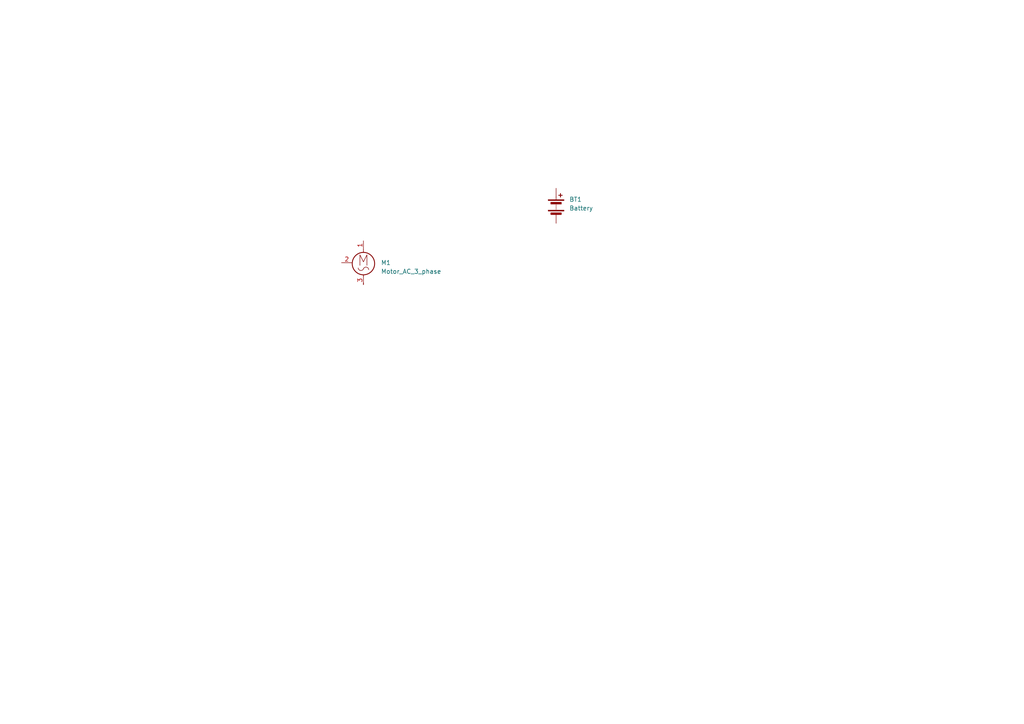
<source format=kicad_sch>
(kicad_sch (version 20231120) (generator "eeschema") (generator_version "8.0")
  (paper "A4")
  (lib_symbols
    (symbol "Device:Battery" (pin_numbers hide) (pin_names (offset 0) hide)
      (property "Reference" "BT" (at 2.54 2.54 0))
      (property "Value" "Battery" (at 2.54 0 0))
      (symbol "Battery_0_1"
        (rectangle (start -2.286 -1.27) (end 2.286 -1.524) (fill (type outline)))
        (rectangle (start -2.286 1.778) (end 2.286 1.524) (fill (type outline)))
        (rectangle (start -1.524 -2.032) (end 1.524 -2.54) (fill (type outline)))
        (rectangle (start -1.524 1.016) (end 1.524 0.508) (fill (type outline)))
        (polyline (pts (xy 0 -1.016) (xy 0 -0.762)))
        (polyline (pts (xy 0 -0.508) (xy 0 -0.254)))
        (polyline (pts (xy 0 0) (xy 0 0.254)))
        (polyline (pts (xy 0 1.778) (xy 0 2.54)))
        (polyline (pts (xy 0.762 3.048) (xy 1.778 3.048)) (stroke (width 0.254)))
        (polyline (pts (xy 1.27 3.556) (xy 1.27 2.54)) (stroke (width 0.254)))
      )
      (symbol "Battery_1_1"
        (pin passive line (at 0 5.08 270) (length 2.54) (name "+") (number "1"))
        (pin passive line (at 0 -5.08 90) (length 2.54) (name "-") (number "2"))
      )
    )
    (symbol "Motors:Motor_AC_3_phase" (pin_names (offset 0))
      (property "Reference" "M" (at 2.54 2.54 0))
      (property "Value" "Motor_AC_3_phase" (at 2.54 -5.08 0))
      (symbol "Motor_AC_3_phase_0_0"
        (arc (start -1.524 -2.794) (mid -0.8654 -3.5217) (end 0 -3.048))
        (polyline (pts (xy -1.016 -2.032) (xy -1.016 1.016) (xy 0 -1.016) (xy 1.016 1.016) (xy 1.016 -2.032)))
        (arc (start 1.524 -3.302) (mid 0.85 -2.5503) (end 0 -3.048))
      )
      (symbol "Motor_AC_3_phase_0_1"
        (circle (center 0 -1.524) (radius 3.2512) (stroke (width 0.254)))
        (polyline (pts (xy 0 -7.62) (xy 0 -7.112)))
        (polyline (pts (xy 0 -4.7752) (xy 0 -5.1816)))
        (polyline (pts (xy 0 1.7272) (xy 0 2.0828)))
        (polyline (pts (xy 0 2.032) (xy 0 2.54)))
      )
      (symbol "Motor_AC_3_phase_1_1"
        (pin passive line (at 0 5.08 270) (length 2.54) (name "~") (number "1"))
        (pin passive line (at -6.35 -1.27 0) (length 3.048) (name "~") (number "2"))
        (pin passive line (at 0 -7.62 90) (length 2.54) (name "~") (number "3"))
      )
    )
  )
  (symbol (lib_id "Device:Battery") (at 161.29 59.69 0) (unit 1)
    (property "Reference" "BT1" (at 165.1 57.8484 0) (effects (justify left)))
    (property "Value" "Battery" (at 165.1 60.3884 0) (effects (justify left)))
    (property "Description" "Multiple-cell battery" (effects (hide yes)))
  )
  (symbol (lib_id "Motors:Motor_AC_3_phase") (at 105.41 74.93 0) (unit 1)
    (property "Reference" "M1" (at 110.49 76.1999 0) (effects (justify left)))
    (property "Value" "Motor_AC_3_phase" (at 110.49 78.7399 0) (effects (justify left)))
    (property "Description" "AC Motor" (effects (hide yes)))
  )
)
</source>
